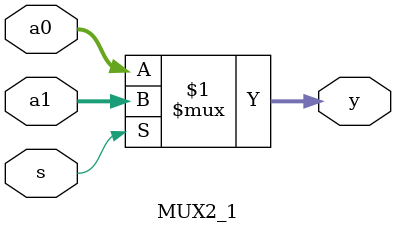
<source format=v>
module MUX2_1(a0,a1,s,y);
input [15:0] a0,a1;
input s;
output [15:0]y;
assign y=s? a1:a0;
endmodule

</source>
